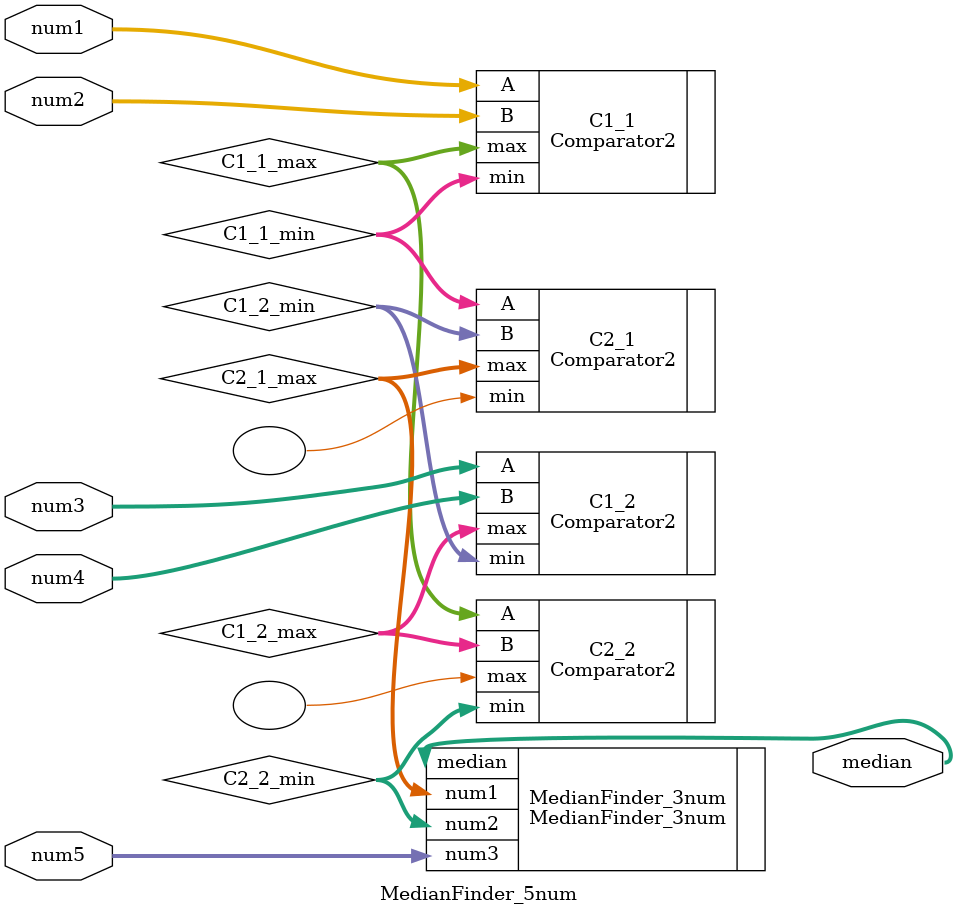
<source format=v>
module MedianFinder_5num(
    input  [3:0] 	num1  , 
	input  [3:0] 	num2  , 
	input  [3:0] 	num3  , 
	input  [3:0] 	num4  , 
	input  [3:0] 	num5  ,  
    output [3:0] 	median  
);

///////////////////////////////
//	Write Your Design Here ~ //
///////////////////////////////
wire [3:0] C1_1_min, C1_1_max;
wire [3:0] C1_2_min, C1_2_max;
wire [3:0] C2_1_min, C2_1_max;
wire [3:0] C2_2_min, C2_2_max;

Comparator2 C1_1(
    .A  (num1),  
    .B  (num2),  
    .min(C1_1_min),  
    .max(C1_1_max)  
);

Comparator2 C1_2(
    .A  (num3),  
    .B  (num4),  
    .min(C1_2_min),  
    .max(C1_2_max)  
);

Comparator2 C2_1(
    .A  (C1_1_min),  
    .B  (C1_2_min),  
    .min(),  
    .max(C2_1_max)  
);

Comparator2 C2_2(
    .A  (C1_1_max),  
    .B  (C1_2_max),  
    .min(C2_2_min),  
    .max()  
);

MedianFinder_3num MedianFinder_3num(
    .num1  (C2_1_max), 
    .num2  (C2_2_min), 
    .num3  (num5),  
    .median(median)
);


endmodule

</source>
